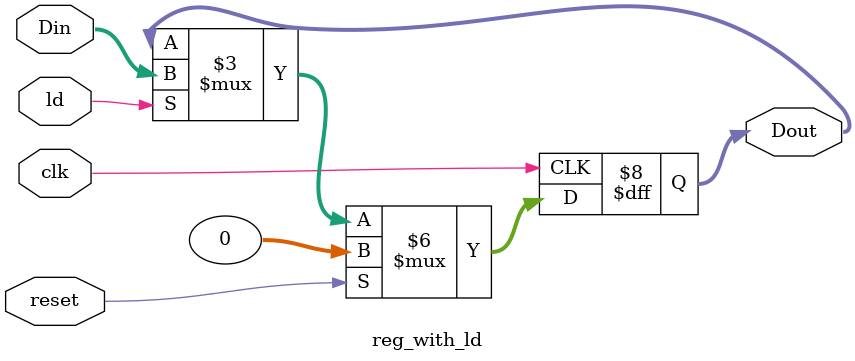
<source format=v>
`timescale 1ns / 1ps
module reg_with_ld(clk, reset, ld, Din, Dout);
	input clk, reset; 
	input  ld;
	input [31:0] Din;
	output reg [31:0] Dout;
	
	//behavioral section for writing to the register
	always @(posedge clk) begin
	
		if (reset)//check for reset
		
			Dout<=32'b0;
			
		else begin
		
			if (ld)
			
				Dout <= Din;

         else 
			Dout<= Dout;		

       end	

  end		 

endmodule


</source>
